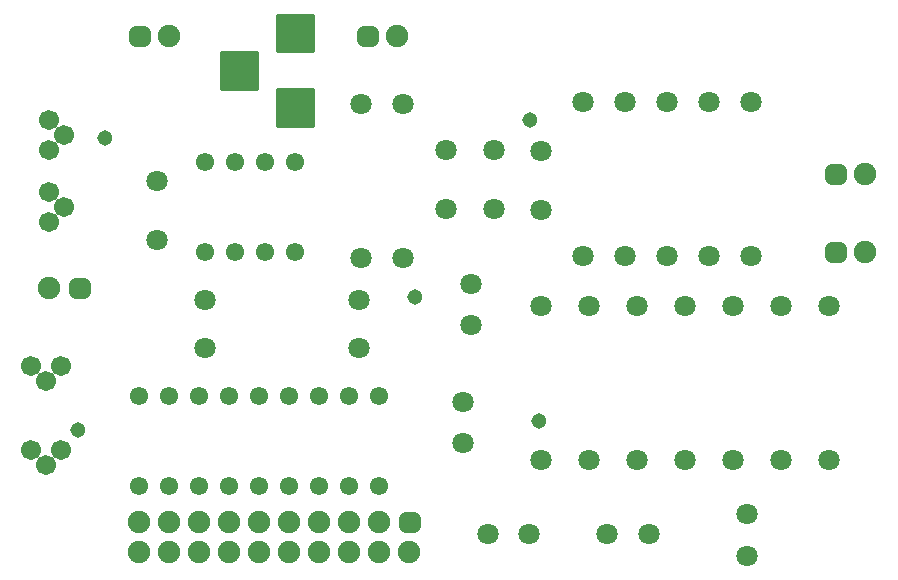
<source format=gbs>
G04 Generated by Ultiboard 11.0 *
%FSLAX25Y25*%
%MOIN*%

%ADD10C,0.05137*%
%ADD11C,0.07106*%
%ADD12C,0.07534*%
%ADD13R,0.02083X0.02083*%
%ADD14C,0.05117*%
%ADD15C,0.06100*%
%ADD16C,0.06700*%
%ADD17R,0.11833X0.11833*%
%ADD18C,0.01200*%


G04 ColorRGB 9900CC for the following layer *
%LNSolder Mask Bottom*%
%LPD*%
%FSLAX25Y25*%
%MOIN*%
G54D10*
X23622Y274606D03*
X32480Y372047D03*
X174213Y377953D03*
X177165Y277559D03*
X135827Y318898D03*
G54D11*
X246616Y232817D03*
X246616Y246597D03*
X248000Y332819D03*
X248000Y384000D03*
X160220Y240000D03*
X174000Y240000D03*
X200000Y240000D03*
X213780Y240000D03*
X118000Y332000D03*
X118000Y383181D03*
X66000Y318000D03*
X117181Y318000D03*
X66000Y302000D03*
X117181Y302000D03*
X49803Y338000D03*
X49803Y357685D03*
X192000Y332819D03*
X192000Y384000D03*
X206000Y332819D03*
X206000Y384000D03*
X220000Y332819D03*
X220000Y384000D03*
X234000Y332819D03*
X234000Y384000D03*
X132000Y332000D03*
X132000Y383181D03*
X194000Y316000D03*
X194000Y264819D03*
X154597Y309604D03*
X154597Y323384D03*
X178000Y316000D03*
X178000Y264819D03*
X152000Y284000D03*
X152000Y270220D03*
X162197Y348315D03*
X162197Y368000D03*
X146197Y348315D03*
X146197Y368000D03*
X177803Y348000D03*
X177803Y367685D03*
X210000Y316000D03*
X210000Y264819D03*
X226000Y316000D03*
X226000Y264819D03*
X242000Y316000D03*
X242000Y264819D03*
X258000Y316000D03*
X258000Y264819D03*
X274000Y316000D03*
X274000Y264819D03*
G54D12*
X124000Y244000D03*
X124000Y234000D03*
X64000Y234000D03*
X64000Y244000D03*
X44000Y234000D03*
X44000Y244000D03*
X54000Y234000D03*
X54000Y244000D03*
X94000Y234000D03*
X94000Y244000D03*
X74000Y234000D03*
X74000Y244000D03*
X84000Y234000D03*
X84000Y244000D03*
X114000Y234000D03*
X114000Y244000D03*
X104000Y234000D03*
X104000Y244000D03*
X134000Y234000D03*
X130000Y406000D03*
X14000Y322000D03*
X54000Y406000D03*
X286000Y360000D03*
X286000Y334000D03*
G54D13*
X134000Y244000D03*
X120000Y406000D03*
X24000Y322000D03*
X44000Y406000D03*
X276000Y360000D03*
X276000Y334000D03*
G54D14*
X132959Y242959D02*
X135041Y242959D01*
X135041Y245041D01*
X132959Y245041D01*
X132959Y242959D01*D02*
X118959Y404959D02*
X121041Y404959D01*
X121041Y407041D01*
X118959Y407041D01*
X118959Y404959D01*D02*
X22959Y320959D02*
X25041Y320959D01*
X25041Y323041D01*
X22959Y323041D01*
X22959Y320959D01*D02*
X42959Y404959D02*
X45041Y404959D01*
X45041Y407041D01*
X42959Y407041D01*
X42959Y404959D01*D02*
X274959Y358959D02*
X277041Y358959D01*
X277041Y361041D01*
X274959Y361041D01*
X274959Y358959D01*D02*
X274959Y332959D02*
X277041Y332959D01*
X277041Y335041D01*
X274959Y335041D01*
X274959Y332959D01*D02*
G54D15*
X124000Y256000D03*
X124000Y286000D03*
X64000Y286000D03*
X64000Y256000D03*
X54000Y286000D03*
X44000Y286000D03*
X44000Y256000D03*
X54000Y256000D03*
X94000Y286000D03*
X94000Y256000D03*
X84000Y286000D03*
X74000Y286000D03*
X74000Y256000D03*
X84000Y256000D03*
X114000Y286000D03*
X104000Y286000D03*
X104000Y256000D03*
X114000Y256000D03*
X66000Y364000D03*
X66000Y334000D03*
X96000Y334000D03*
X96000Y364000D03*
X76000Y334000D03*
X86000Y334000D03*
X76000Y364000D03*
X86000Y364000D03*
G54D16*
X14000Y378000D03*
X14000Y368000D03*
X19000Y373000D03*
X13000Y291000D03*
X18000Y296000D03*
X8000Y296000D03*
X13000Y263000D03*
X18000Y268000D03*
X8000Y268000D03*
X14000Y344000D03*
X19000Y349000D03*
X14000Y354000D03*
G54D17*
X96000Y382000D03*
X96000Y406803D03*
X77299Y394402D03*
G54D18*
X90084Y376084D02*
X101916Y376084D01*
X101916Y387916D01*
X90084Y387916D01*
X90084Y376084D01*D02*
X90084Y400887D02*
X101916Y400887D01*
X101916Y412719D01*
X90084Y412719D01*
X90084Y400887D01*D02*
X71383Y388486D02*
X83215Y388486D01*
X83215Y400318D01*
X71383Y400318D01*
X71383Y388486D01*D02*

M00*

</source>
